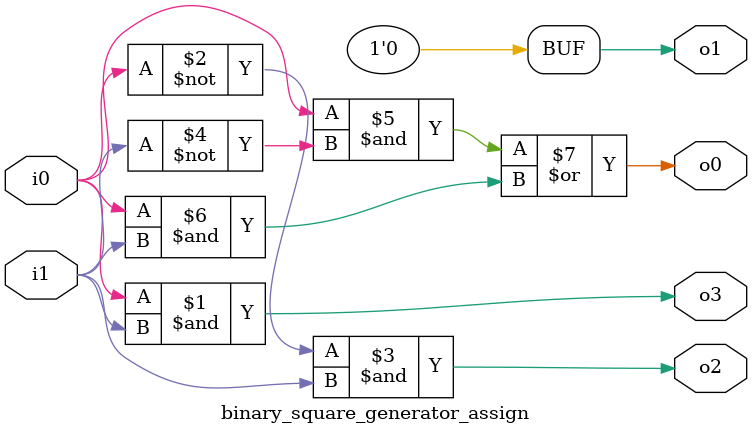
<source format=v>
module binary_square_generator_assign (i0, i1, o0, o1, o2, o3);
input i0, i1;
output o0, o1, o2, o3;

assign o3 = (i0 & i1);
assign o2 = (~i0 & i1);
assign o1 = 0;
assign o0 = (i0 & ~i1) | (i0 & i1);

endmodule // binary_square_generator_assign

</source>
